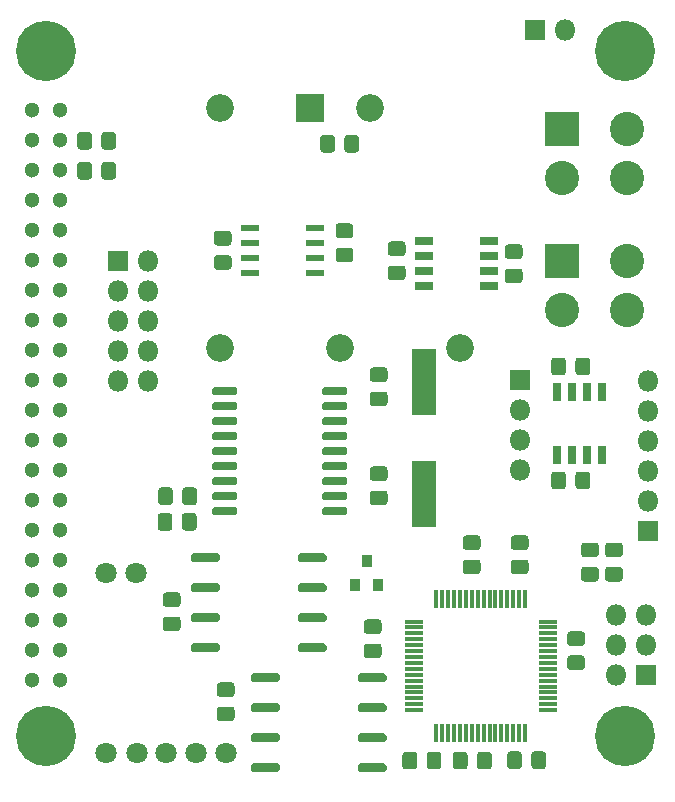
<source format=gbr>
%TF.GenerationSoftware,KiCad,Pcbnew,(5.1.6)-1*%
%TF.CreationDate,2021-04-27T14:55:35-04:00*%
%TF.ProjectId,Logic,4c6f6769-632e-46b6-9963-61645f706362,rev?*%
%TF.SameCoordinates,Original*%
%TF.FileFunction,Soldermask,Top*%
%TF.FilePolarity,Negative*%
%FSLAX46Y46*%
G04 Gerber Fmt 4.6, Leading zero omitted, Abs format (unit mm)*
G04 Created by KiCad (PCBNEW (5.1.6)-1) date 2021-04-27 14:55:35*
%MOMM*%
%LPD*%
G01*
G04 APERTURE LIST*
%ADD10C,1.300000*%
%ADD11C,5.100000*%
%ADD12R,2.350000X2.350000*%
%ADD13C,2.350000*%
%ADD14R,1.570000X0.400000*%
%ADD15R,0.400000X1.570000*%
%ADD16R,1.560500X0.633400*%
%ADD17R,0.658800X1.649400*%
%ADD18C,2.900000*%
%ADD19R,2.900000X2.900000*%
%ADD20R,1.800000X1.800000*%
%ADD21O,1.800000X1.800000*%
%ADD22R,1.560500X0.658800*%
%ADD23R,2.100000X5.600000*%
%ADD24R,0.900000X1.000000*%
%ADD25C,1.800000*%
G04 APERTURE END LIST*
D10*
%TO.C,U6*%
X173573800Y-96408800D03*
X173573800Y-86248800D03*
X175935800Y-81168800D03*
X175935800Y-106568800D03*
X175935800Y-104028800D03*
X173573800Y-91328800D03*
X173573800Y-93868800D03*
X175935800Y-86248800D03*
X173573800Y-83708800D03*
X175935800Y-83708800D03*
X173573800Y-81168800D03*
X173573800Y-106568800D03*
X175935800Y-93868800D03*
X175935800Y-101488800D03*
X173573800Y-78628800D03*
X175935800Y-91328800D03*
X173573800Y-104028800D03*
X173573800Y-98948800D03*
X175935800Y-98948800D03*
X173573800Y-88788800D03*
X175935800Y-96408800D03*
X173573800Y-101488800D03*
X175935800Y-88788800D03*
X175935800Y-71008800D03*
D11*
X223795800Y-53320800D03*
D10*
X173573800Y-58308800D03*
X173573800Y-60848800D03*
X175935800Y-58308800D03*
X175935800Y-73548800D03*
X175935800Y-68468800D03*
X173573800Y-73548800D03*
D11*
X223795800Y-111320800D03*
D10*
X175935800Y-78628800D03*
D11*
X174795800Y-111320800D03*
D10*
X173573800Y-63388800D03*
X175935800Y-65928800D03*
X173573800Y-68468800D03*
X173573800Y-65928800D03*
D11*
X174795800Y-53320800D03*
D10*
X173573800Y-71008800D03*
X175935800Y-60848800D03*
X175935800Y-63388800D03*
X175935800Y-76088800D03*
X173573800Y-76088800D03*
%TD*%
D12*
%TO.C,U4*%
X197104000Y-58166000D03*
D13*
X202184000Y-58166000D03*
X209804000Y-78486000D03*
X189484000Y-78486000D03*
X189484000Y-58166000D03*
X199644000Y-78486000D03*
%TD*%
D14*
%TO.C,U3*%
X217252000Y-109160000D03*
X217252000Y-108660000D03*
X217252000Y-108160000D03*
X217252000Y-107660000D03*
X217252000Y-107160000D03*
X217252000Y-106660000D03*
X217252000Y-106160000D03*
X217252000Y-105660000D03*
X217252000Y-105160000D03*
X217252000Y-104660000D03*
X217252000Y-104160000D03*
X217252000Y-103660000D03*
X217252000Y-103160000D03*
X217252000Y-102660000D03*
X217252000Y-102160000D03*
X217252000Y-101660000D03*
D15*
X215332000Y-99740000D03*
X214832000Y-99740000D03*
X214332000Y-99740000D03*
X213832000Y-99740000D03*
X213332000Y-99740000D03*
X212832000Y-99740000D03*
X212332000Y-99740000D03*
X211832000Y-99740000D03*
X211332000Y-99740000D03*
X210832000Y-99740000D03*
X210332000Y-99740000D03*
X209832000Y-99740000D03*
X209332000Y-99740000D03*
X208832000Y-99740000D03*
X208332000Y-99740000D03*
X207832000Y-99740000D03*
D14*
X205912000Y-101660000D03*
X205912000Y-102160000D03*
X205912000Y-102660000D03*
X205912000Y-103160000D03*
X205912000Y-103660000D03*
X205912000Y-104160000D03*
X205912000Y-104660000D03*
X205912000Y-105160000D03*
X205912000Y-105660000D03*
X205912000Y-106160000D03*
X205912000Y-106660000D03*
X205912000Y-107160000D03*
X205912000Y-107660000D03*
X205912000Y-108160000D03*
X205912000Y-108660000D03*
X205912000Y-109160000D03*
D15*
X207832000Y-111080000D03*
X208332000Y-111080000D03*
X208832000Y-111080000D03*
X209332000Y-111080000D03*
X209832000Y-111080000D03*
X210332000Y-111080000D03*
X210832000Y-111080000D03*
X211332000Y-111080000D03*
X211832000Y-111080000D03*
X212332000Y-111080000D03*
X212832000Y-111080000D03*
X213332000Y-111080000D03*
X213832000Y-111080000D03*
X214332000Y-111080000D03*
X214832000Y-111080000D03*
X215332000Y-111080000D03*
%TD*%
D16*
%TO.C,U7*%
X192093850Y-68326000D03*
X192093850Y-69596000D03*
X192093850Y-70866000D03*
X192093850Y-72136000D03*
X197542150Y-72136000D03*
X197542150Y-70866000D03*
X197542150Y-69596000D03*
X197542150Y-68326000D03*
%TD*%
%TO.C,C2*%
G36*
G01*
X220349338Y-97021600D02*
X221305862Y-97021600D01*
G75*
G02*
X221577600Y-97293338I0J-271738D01*
G01*
X221577600Y-97999862D01*
G75*
G02*
X221305862Y-98271600I-271738J0D01*
G01*
X220349338Y-98271600D01*
G75*
G02*
X220077600Y-97999862I0J271738D01*
G01*
X220077600Y-97293338D01*
G75*
G02*
X220349338Y-97021600I271738J0D01*
G01*
G37*
G36*
G01*
X220349338Y-94971600D02*
X221305862Y-94971600D01*
G75*
G02*
X221577600Y-95243338I0J-271738D01*
G01*
X221577600Y-95949862D01*
G75*
G02*
X221305862Y-96221600I-271738J0D01*
G01*
X220349338Y-96221600D01*
G75*
G02*
X220077600Y-95949862I0J271738D01*
G01*
X220077600Y-95243338D01*
G75*
G02*
X220349338Y-94971600I271738J0D01*
G01*
G37*
%TD*%
%TO.C,C3*%
G36*
G01*
X199244000Y-60735738D02*
X199244000Y-61692262D01*
G75*
G02*
X198972262Y-61964000I-271738J0D01*
G01*
X198265738Y-61964000D01*
G75*
G02*
X197994000Y-61692262I0J271738D01*
G01*
X197994000Y-60735738D01*
G75*
G02*
X198265738Y-60464000I271738J0D01*
G01*
X198972262Y-60464000D01*
G75*
G02*
X199244000Y-60735738I0J-271738D01*
G01*
G37*
G36*
G01*
X201294000Y-60735738D02*
X201294000Y-61692262D01*
G75*
G02*
X201022262Y-61964000I-271738J0D01*
G01*
X200315738Y-61964000D01*
G75*
G02*
X200044000Y-61692262I0J271738D01*
G01*
X200044000Y-60735738D01*
G75*
G02*
X200315738Y-60464000I271738J0D01*
G01*
X201022262Y-60464000D01*
G75*
G02*
X201294000Y-60735738I0J-271738D01*
G01*
G37*
%TD*%
%TO.C,C5*%
G36*
G01*
X199572138Y-69996000D02*
X200528662Y-69996000D01*
G75*
G02*
X200800400Y-70267738I0J-271738D01*
G01*
X200800400Y-70974262D01*
G75*
G02*
X200528662Y-71246000I-271738J0D01*
G01*
X199572138Y-71246000D01*
G75*
G02*
X199300400Y-70974262I0J271738D01*
G01*
X199300400Y-70267738D01*
G75*
G02*
X199572138Y-69996000I271738J0D01*
G01*
G37*
G36*
G01*
X199572138Y-67946000D02*
X200528662Y-67946000D01*
G75*
G02*
X200800400Y-68217738I0J-271738D01*
G01*
X200800400Y-68924262D01*
G75*
G02*
X200528662Y-69196000I-271738J0D01*
G01*
X199572138Y-69196000D01*
G75*
G02*
X199300400Y-68924262I0J271738D01*
G01*
X199300400Y-68217738D01*
G75*
G02*
X199572138Y-67946000I271738J0D01*
G01*
G37*
%TD*%
%TO.C,C6*%
G36*
G01*
X210470800Y-112958138D02*
X210470800Y-113914662D01*
G75*
G02*
X210199062Y-114186400I-271738J0D01*
G01*
X209492538Y-114186400D01*
G75*
G02*
X209220800Y-113914662I0J271738D01*
G01*
X209220800Y-112958138D01*
G75*
G02*
X209492538Y-112686400I271738J0D01*
G01*
X210199062Y-112686400D01*
G75*
G02*
X210470800Y-112958138I0J-271738D01*
G01*
G37*
G36*
G01*
X212520800Y-112958138D02*
X212520800Y-113914662D01*
G75*
G02*
X212249062Y-114186400I-271738J0D01*
G01*
X211542538Y-114186400D01*
G75*
G02*
X211270800Y-113914662I0J271738D01*
G01*
X211270800Y-112958138D01*
G75*
G02*
X211542538Y-112686400I271738J0D01*
G01*
X212249062Y-112686400D01*
G75*
G02*
X212520800Y-112958138I0J-271738D01*
G01*
G37*
%TD*%
%TO.C,C7*%
G36*
G01*
X215868200Y-113889262D02*
X215868200Y-112932738D01*
G75*
G02*
X216139938Y-112661000I271738J0D01*
G01*
X216846462Y-112661000D01*
G75*
G02*
X217118200Y-112932738I0J-271738D01*
G01*
X217118200Y-113889262D01*
G75*
G02*
X216846462Y-114161000I-271738J0D01*
G01*
X216139938Y-114161000D01*
G75*
G02*
X215868200Y-113889262I0J271738D01*
G01*
G37*
G36*
G01*
X213818200Y-113889262D02*
X213818200Y-112932738D01*
G75*
G02*
X214089938Y-112661000I271738J0D01*
G01*
X214796462Y-112661000D01*
G75*
G02*
X215068200Y-112932738I0J-271738D01*
G01*
X215068200Y-113889262D01*
G75*
G02*
X214796462Y-114161000I-271738J0D01*
G01*
X214089938Y-114161000D01*
G75*
G02*
X213818200Y-113889262I0J271738D01*
G01*
G37*
%TD*%
%TO.C,C8*%
G36*
G01*
X210341738Y-96412000D02*
X211298262Y-96412000D01*
G75*
G02*
X211570000Y-96683738I0J-271738D01*
G01*
X211570000Y-97390262D01*
G75*
G02*
X211298262Y-97662000I-271738J0D01*
G01*
X210341738Y-97662000D01*
G75*
G02*
X210070000Y-97390262I0J271738D01*
G01*
X210070000Y-96683738D01*
G75*
G02*
X210341738Y-96412000I271738J0D01*
G01*
G37*
G36*
G01*
X210341738Y-94362000D02*
X211298262Y-94362000D01*
G75*
G02*
X211570000Y-94633738I0J-271738D01*
G01*
X211570000Y-95340262D01*
G75*
G02*
X211298262Y-95612000I-271738J0D01*
G01*
X210341738Y-95612000D01*
G75*
G02*
X210070000Y-95340262I0J271738D01*
G01*
X210070000Y-94633738D01*
G75*
G02*
X210341738Y-94362000I271738J0D01*
G01*
G37*
%TD*%
%TO.C,C9*%
G36*
G01*
X202916262Y-102724000D02*
X201959738Y-102724000D01*
G75*
G02*
X201688000Y-102452262I0J271738D01*
G01*
X201688000Y-101745738D01*
G75*
G02*
X201959738Y-101474000I271738J0D01*
G01*
X202916262Y-101474000D01*
G75*
G02*
X203188000Y-101745738I0J-271738D01*
G01*
X203188000Y-102452262D01*
G75*
G02*
X202916262Y-102724000I-271738J0D01*
G01*
G37*
G36*
G01*
X202916262Y-104774000D02*
X201959738Y-104774000D01*
G75*
G02*
X201688000Y-104502262I0J271738D01*
G01*
X201688000Y-103795738D01*
G75*
G02*
X201959738Y-103524000I271738J0D01*
G01*
X202916262Y-103524000D01*
G75*
G02*
X203188000Y-103795738I0J-271738D01*
G01*
X203188000Y-104502262D01*
G75*
G02*
X202916262Y-104774000I-271738J0D01*
G01*
G37*
%TD*%
%TO.C,C10*%
G36*
G01*
X215362262Y-97662000D02*
X214405738Y-97662000D01*
G75*
G02*
X214134000Y-97390262I0J271738D01*
G01*
X214134000Y-96683738D01*
G75*
G02*
X214405738Y-96412000I271738J0D01*
G01*
X215362262Y-96412000D01*
G75*
G02*
X215634000Y-96683738I0J-271738D01*
G01*
X215634000Y-97390262D01*
G75*
G02*
X215362262Y-97662000I-271738J0D01*
G01*
G37*
G36*
G01*
X215362262Y-95612000D02*
X214405738Y-95612000D01*
G75*
G02*
X214134000Y-95340262I0J271738D01*
G01*
X214134000Y-94633738D01*
G75*
G02*
X214405738Y-94362000I271738J0D01*
G01*
X215362262Y-94362000D01*
G75*
G02*
X215634000Y-94633738I0J-271738D01*
G01*
X215634000Y-95340262D01*
G75*
G02*
X215362262Y-95612000I-271738J0D01*
G01*
G37*
%TD*%
%TO.C,C11*%
G36*
G01*
X204953600Y-113914662D02*
X204953600Y-112958138D01*
G75*
G02*
X205225338Y-112686400I271738J0D01*
G01*
X205931862Y-112686400D01*
G75*
G02*
X206203600Y-112958138I0J-271738D01*
G01*
X206203600Y-113914662D01*
G75*
G02*
X205931862Y-114186400I-271738J0D01*
G01*
X205225338Y-114186400D01*
G75*
G02*
X204953600Y-113914662I0J271738D01*
G01*
G37*
G36*
G01*
X207003600Y-113914662D02*
X207003600Y-112958138D01*
G75*
G02*
X207275338Y-112686400I271738J0D01*
G01*
X207981862Y-112686400D01*
G75*
G02*
X208253600Y-112958138I0J-271738D01*
G01*
X208253600Y-113914662D01*
G75*
G02*
X207981862Y-114186400I-271738J0D01*
G01*
X207275338Y-114186400D01*
G75*
G02*
X207003600Y-113914662I0J271738D01*
G01*
G37*
%TD*%
%TO.C,C12*%
G36*
G01*
X189513738Y-106808000D02*
X190470262Y-106808000D01*
G75*
G02*
X190742000Y-107079738I0J-271738D01*
G01*
X190742000Y-107786262D01*
G75*
G02*
X190470262Y-108058000I-271738J0D01*
G01*
X189513738Y-108058000D01*
G75*
G02*
X189242000Y-107786262I0J271738D01*
G01*
X189242000Y-107079738D01*
G75*
G02*
X189513738Y-106808000I271738J0D01*
G01*
G37*
G36*
G01*
X189513738Y-108858000D02*
X190470262Y-108858000D01*
G75*
G02*
X190742000Y-109129738I0J-271738D01*
G01*
X190742000Y-109836262D01*
G75*
G02*
X190470262Y-110108000I-271738J0D01*
G01*
X189513738Y-110108000D01*
G75*
G02*
X189242000Y-109836262I0J271738D01*
G01*
X189242000Y-109129738D01*
G75*
G02*
X189513738Y-108858000I271738J0D01*
G01*
G37*
%TD*%
%TO.C,C13*%
G36*
G01*
X189259738Y-68581000D02*
X190216262Y-68581000D01*
G75*
G02*
X190488000Y-68852738I0J-271738D01*
G01*
X190488000Y-69559262D01*
G75*
G02*
X190216262Y-69831000I-271738J0D01*
G01*
X189259738Y-69831000D01*
G75*
G02*
X188988000Y-69559262I0J271738D01*
G01*
X188988000Y-68852738D01*
G75*
G02*
X189259738Y-68581000I271738J0D01*
G01*
G37*
G36*
G01*
X189259738Y-70631000D02*
X190216262Y-70631000D01*
G75*
G02*
X190488000Y-70902738I0J-271738D01*
G01*
X190488000Y-71609262D01*
G75*
G02*
X190216262Y-71881000I-271738J0D01*
G01*
X189259738Y-71881000D01*
G75*
G02*
X188988000Y-71609262I0J271738D01*
G01*
X188988000Y-70902738D01*
G75*
G02*
X189259738Y-70631000I271738J0D01*
G01*
G37*
%TD*%
%TO.C,C14*%
G36*
G01*
X185898262Y-102488000D02*
X184941738Y-102488000D01*
G75*
G02*
X184670000Y-102216262I0J271738D01*
G01*
X184670000Y-101509738D01*
G75*
G02*
X184941738Y-101238000I271738J0D01*
G01*
X185898262Y-101238000D01*
G75*
G02*
X186170000Y-101509738I0J-271738D01*
G01*
X186170000Y-102216262D01*
G75*
G02*
X185898262Y-102488000I-271738J0D01*
G01*
G37*
G36*
G01*
X185898262Y-100438000D02*
X184941738Y-100438000D01*
G75*
G02*
X184670000Y-100166262I0J271738D01*
G01*
X184670000Y-99459738D01*
G75*
G02*
X184941738Y-99188000I271738J0D01*
G01*
X185898262Y-99188000D01*
G75*
G02*
X186170000Y-99459738I0J-271738D01*
G01*
X186170000Y-100166262D01*
G75*
G02*
X185898262Y-100438000I-271738J0D01*
G01*
G37*
%TD*%
%TO.C,C15*%
G36*
G01*
X187527200Y-92739738D02*
X187527200Y-93696262D01*
G75*
G02*
X187255462Y-93968000I-271738J0D01*
G01*
X186548938Y-93968000D01*
G75*
G02*
X186277200Y-93696262I0J271738D01*
G01*
X186277200Y-92739738D01*
G75*
G02*
X186548938Y-92468000I271738J0D01*
G01*
X187255462Y-92468000D01*
G75*
G02*
X187527200Y-92739738I0J-271738D01*
G01*
G37*
G36*
G01*
X185477200Y-92739738D02*
X185477200Y-93696262D01*
G75*
G02*
X185205462Y-93968000I-271738J0D01*
G01*
X184498938Y-93968000D01*
G75*
G02*
X184227200Y-93696262I0J271738D01*
G01*
X184227200Y-92739738D01*
G75*
G02*
X184498938Y-92468000I271738J0D01*
G01*
X185205462Y-92468000D01*
G75*
G02*
X185477200Y-92739738I0J-271738D01*
G01*
G37*
%TD*%
%TO.C,C16*%
G36*
G01*
X202467738Y-90570000D02*
X203424262Y-90570000D01*
G75*
G02*
X203696000Y-90841738I0J-271738D01*
G01*
X203696000Y-91548262D01*
G75*
G02*
X203424262Y-91820000I-271738J0D01*
G01*
X202467738Y-91820000D01*
G75*
G02*
X202196000Y-91548262I0J271738D01*
G01*
X202196000Y-90841738D01*
G75*
G02*
X202467738Y-90570000I271738J0D01*
G01*
G37*
G36*
G01*
X202467738Y-88520000D02*
X203424262Y-88520000D01*
G75*
G02*
X203696000Y-88791738I0J-271738D01*
G01*
X203696000Y-89498262D01*
G75*
G02*
X203424262Y-89770000I-271738J0D01*
G01*
X202467738Y-89770000D01*
G75*
G02*
X202196000Y-89498262I0J271738D01*
G01*
X202196000Y-88791738D01*
G75*
G02*
X202467738Y-88520000I271738J0D01*
G01*
G37*
%TD*%
%TO.C,C17*%
G36*
G01*
X202467738Y-80138000D02*
X203424262Y-80138000D01*
G75*
G02*
X203696000Y-80409738I0J-271738D01*
G01*
X203696000Y-81116262D01*
G75*
G02*
X203424262Y-81388000I-271738J0D01*
G01*
X202467738Y-81388000D01*
G75*
G02*
X202196000Y-81116262I0J271738D01*
G01*
X202196000Y-80409738D01*
G75*
G02*
X202467738Y-80138000I271738J0D01*
G01*
G37*
G36*
G01*
X202467738Y-82188000D02*
X203424262Y-82188000D01*
G75*
G02*
X203696000Y-82459738I0J-271738D01*
G01*
X203696000Y-83166262D01*
G75*
G02*
X203424262Y-83438000I-271738J0D01*
G01*
X202467738Y-83438000D01*
G75*
G02*
X202196000Y-83166262I0J271738D01*
G01*
X202196000Y-82459738D01*
G75*
G02*
X202467738Y-82188000I271738J0D01*
G01*
G37*
%TD*%
%TO.C,C18*%
G36*
G01*
X203991738Y-71520000D02*
X204948262Y-71520000D01*
G75*
G02*
X205220000Y-71791738I0J-271738D01*
G01*
X205220000Y-72498262D01*
G75*
G02*
X204948262Y-72770000I-271738J0D01*
G01*
X203991738Y-72770000D01*
G75*
G02*
X203720000Y-72498262I0J271738D01*
G01*
X203720000Y-71791738D01*
G75*
G02*
X203991738Y-71520000I271738J0D01*
G01*
G37*
G36*
G01*
X203991738Y-69470000D02*
X204948262Y-69470000D01*
G75*
G02*
X205220000Y-69741738I0J-271738D01*
G01*
X205220000Y-70448262D01*
G75*
G02*
X204948262Y-70720000I-271738J0D01*
G01*
X203991738Y-70720000D01*
G75*
G02*
X203720000Y-70448262I0J271738D01*
G01*
X203720000Y-69741738D01*
G75*
G02*
X203991738Y-69470000I271738J0D01*
G01*
G37*
%TD*%
%TO.C,C19*%
G36*
G01*
X220852000Y-89234538D02*
X220852000Y-90191062D01*
G75*
G02*
X220580262Y-90462800I-271738J0D01*
G01*
X219873738Y-90462800D01*
G75*
G02*
X219602000Y-90191062I0J271738D01*
G01*
X219602000Y-89234538D01*
G75*
G02*
X219873738Y-88962800I271738J0D01*
G01*
X220580262Y-88962800D01*
G75*
G02*
X220852000Y-89234538I0J-271738D01*
G01*
G37*
G36*
G01*
X218802000Y-89234538D02*
X218802000Y-90191062D01*
G75*
G02*
X218530262Y-90462800I-271738J0D01*
G01*
X217823738Y-90462800D01*
G75*
G02*
X217552000Y-90191062I0J271738D01*
G01*
X217552000Y-89234538D01*
G75*
G02*
X217823738Y-88962800I271738J0D01*
G01*
X218530262Y-88962800D01*
G75*
G02*
X218802000Y-89234538I0J-271738D01*
G01*
G37*
%TD*%
%TO.C,C20*%
G36*
G01*
X217552000Y-80539062D02*
X217552000Y-79582538D01*
G75*
G02*
X217823738Y-79310800I271738J0D01*
G01*
X218530262Y-79310800D01*
G75*
G02*
X218802000Y-79582538I0J-271738D01*
G01*
X218802000Y-80539062D01*
G75*
G02*
X218530262Y-80810800I-271738J0D01*
G01*
X217823738Y-80810800D01*
G75*
G02*
X217552000Y-80539062I0J271738D01*
G01*
G37*
G36*
G01*
X219602000Y-80539062D02*
X219602000Y-79582538D01*
G75*
G02*
X219873738Y-79310800I271738J0D01*
G01*
X220580262Y-79310800D01*
G75*
G02*
X220852000Y-79582538I0J-271738D01*
G01*
X220852000Y-80539062D01*
G75*
G02*
X220580262Y-80810800I-271738J0D01*
G01*
X219873738Y-80810800D01*
G75*
G02*
X219602000Y-80539062I0J271738D01*
G01*
G37*
%TD*%
D17*
%TO.C,CR1*%
X218059000Y-87566500D03*
X219329000Y-87566500D03*
X220599000Y-87566500D03*
X221869000Y-87566500D03*
X221869000Y-82207100D03*
X220599000Y-82207100D03*
X219329000Y-82207100D03*
X218059000Y-82207100D03*
%TD*%
D18*
%TO.C,J1*%
X223940000Y-64144000D03*
X223940000Y-59944000D03*
X218440000Y-64144000D03*
D19*
X218440000Y-59944000D03*
%TD*%
%TO.C,J4*%
X218440000Y-71120000D03*
D18*
X218440000Y-75320000D03*
X223940000Y-71120000D03*
X223940000Y-75320000D03*
%TD*%
D20*
%TO.C,J5*%
X225755200Y-94030800D03*
D21*
X225755200Y-91490800D03*
X225755200Y-88950800D03*
X225755200Y-86410800D03*
X225755200Y-83870800D03*
X225755200Y-81330800D03*
%TD*%
%TO.C,U2*%
G36*
G01*
X196086000Y-96453500D02*
X196086000Y-96078500D01*
G75*
G02*
X196273500Y-95891000I187500J0D01*
G01*
X198348500Y-95891000D01*
G75*
G02*
X198536000Y-96078500I0J-187500D01*
G01*
X198536000Y-96453500D01*
G75*
G02*
X198348500Y-96641000I-187500J0D01*
G01*
X196273500Y-96641000D01*
G75*
G02*
X196086000Y-96453500I0J187500D01*
G01*
G37*
G36*
G01*
X196086000Y-98993500D02*
X196086000Y-98618500D01*
G75*
G02*
X196273500Y-98431000I187500J0D01*
G01*
X198348500Y-98431000D01*
G75*
G02*
X198536000Y-98618500I0J-187500D01*
G01*
X198536000Y-98993500D01*
G75*
G02*
X198348500Y-99181000I-187500J0D01*
G01*
X196273500Y-99181000D01*
G75*
G02*
X196086000Y-98993500I0J187500D01*
G01*
G37*
G36*
G01*
X196086000Y-101533500D02*
X196086000Y-101158500D01*
G75*
G02*
X196273500Y-100971000I187500J0D01*
G01*
X198348500Y-100971000D01*
G75*
G02*
X198536000Y-101158500I0J-187500D01*
G01*
X198536000Y-101533500D01*
G75*
G02*
X198348500Y-101721000I-187500J0D01*
G01*
X196273500Y-101721000D01*
G75*
G02*
X196086000Y-101533500I0J187500D01*
G01*
G37*
G36*
G01*
X196086000Y-104073500D02*
X196086000Y-103698500D01*
G75*
G02*
X196273500Y-103511000I187500J0D01*
G01*
X198348500Y-103511000D01*
G75*
G02*
X198536000Y-103698500I0J-187500D01*
G01*
X198536000Y-104073500D01*
G75*
G02*
X198348500Y-104261000I-187500J0D01*
G01*
X196273500Y-104261000D01*
G75*
G02*
X196086000Y-104073500I0J187500D01*
G01*
G37*
G36*
G01*
X187036000Y-104073500D02*
X187036000Y-103698500D01*
G75*
G02*
X187223500Y-103511000I187500J0D01*
G01*
X189298500Y-103511000D01*
G75*
G02*
X189486000Y-103698500I0J-187500D01*
G01*
X189486000Y-104073500D01*
G75*
G02*
X189298500Y-104261000I-187500J0D01*
G01*
X187223500Y-104261000D01*
G75*
G02*
X187036000Y-104073500I0J187500D01*
G01*
G37*
G36*
G01*
X187036000Y-101533500D02*
X187036000Y-101158500D01*
G75*
G02*
X187223500Y-100971000I187500J0D01*
G01*
X189298500Y-100971000D01*
G75*
G02*
X189486000Y-101158500I0J-187500D01*
G01*
X189486000Y-101533500D01*
G75*
G02*
X189298500Y-101721000I-187500J0D01*
G01*
X187223500Y-101721000D01*
G75*
G02*
X187036000Y-101533500I0J187500D01*
G01*
G37*
G36*
G01*
X187036000Y-98993500D02*
X187036000Y-98618500D01*
G75*
G02*
X187223500Y-98431000I187500J0D01*
G01*
X189298500Y-98431000D01*
G75*
G02*
X189486000Y-98618500I0J-187500D01*
G01*
X189486000Y-98993500D01*
G75*
G02*
X189298500Y-99181000I-187500J0D01*
G01*
X187223500Y-99181000D01*
G75*
G02*
X187036000Y-98993500I0J187500D01*
G01*
G37*
G36*
G01*
X187036000Y-96453500D02*
X187036000Y-96078500D01*
G75*
G02*
X187223500Y-95891000I187500J0D01*
G01*
X189298500Y-95891000D01*
G75*
G02*
X189486000Y-96078500I0J-187500D01*
G01*
X189486000Y-96453500D01*
G75*
G02*
X189298500Y-96641000I-187500J0D01*
G01*
X187223500Y-96641000D01*
G75*
G02*
X187036000Y-96453500I0J187500D01*
G01*
G37*
%TD*%
%TO.C,U5*%
G36*
G01*
X203616000Y-113858500D02*
X203616000Y-114233500D01*
G75*
G02*
X203428500Y-114421000I-187500J0D01*
G01*
X201353500Y-114421000D01*
G75*
G02*
X201166000Y-114233500I0J187500D01*
G01*
X201166000Y-113858500D01*
G75*
G02*
X201353500Y-113671000I187500J0D01*
G01*
X203428500Y-113671000D01*
G75*
G02*
X203616000Y-113858500I0J-187500D01*
G01*
G37*
G36*
G01*
X203616000Y-111318500D02*
X203616000Y-111693500D01*
G75*
G02*
X203428500Y-111881000I-187500J0D01*
G01*
X201353500Y-111881000D01*
G75*
G02*
X201166000Y-111693500I0J187500D01*
G01*
X201166000Y-111318500D01*
G75*
G02*
X201353500Y-111131000I187500J0D01*
G01*
X203428500Y-111131000D01*
G75*
G02*
X203616000Y-111318500I0J-187500D01*
G01*
G37*
G36*
G01*
X203616000Y-108778500D02*
X203616000Y-109153500D01*
G75*
G02*
X203428500Y-109341000I-187500J0D01*
G01*
X201353500Y-109341000D01*
G75*
G02*
X201166000Y-109153500I0J187500D01*
G01*
X201166000Y-108778500D01*
G75*
G02*
X201353500Y-108591000I187500J0D01*
G01*
X203428500Y-108591000D01*
G75*
G02*
X203616000Y-108778500I0J-187500D01*
G01*
G37*
G36*
G01*
X203616000Y-106238500D02*
X203616000Y-106613500D01*
G75*
G02*
X203428500Y-106801000I-187500J0D01*
G01*
X201353500Y-106801000D01*
G75*
G02*
X201166000Y-106613500I0J187500D01*
G01*
X201166000Y-106238500D01*
G75*
G02*
X201353500Y-106051000I187500J0D01*
G01*
X203428500Y-106051000D01*
G75*
G02*
X203616000Y-106238500I0J-187500D01*
G01*
G37*
G36*
G01*
X194566000Y-106238500D02*
X194566000Y-106613500D01*
G75*
G02*
X194378500Y-106801000I-187500J0D01*
G01*
X192303500Y-106801000D01*
G75*
G02*
X192116000Y-106613500I0J187500D01*
G01*
X192116000Y-106238500D01*
G75*
G02*
X192303500Y-106051000I187500J0D01*
G01*
X194378500Y-106051000D01*
G75*
G02*
X194566000Y-106238500I0J-187500D01*
G01*
G37*
G36*
G01*
X194566000Y-108778500D02*
X194566000Y-109153500D01*
G75*
G02*
X194378500Y-109341000I-187500J0D01*
G01*
X192303500Y-109341000D01*
G75*
G02*
X192116000Y-109153500I0J187500D01*
G01*
X192116000Y-108778500D01*
G75*
G02*
X192303500Y-108591000I187500J0D01*
G01*
X194378500Y-108591000D01*
G75*
G02*
X194566000Y-108778500I0J-187500D01*
G01*
G37*
G36*
G01*
X194566000Y-111318500D02*
X194566000Y-111693500D01*
G75*
G02*
X194378500Y-111881000I-187500J0D01*
G01*
X192303500Y-111881000D01*
G75*
G02*
X192116000Y-111693500I0J187500D01*
G01*
X192116000Y-111318500D01*
G75*
G02*
X192303500Y-111131000I187500J0D01*
G01*
X194378500Y-111131000D01*
G75*
G02*
X194566000Y-111318500I0J-187500D01*
G01*
G37*
G36*
G01*
X194566000Y-113858500D02*
X194566000Y-114233500D01*
G75*
G02*
X194378500Y-114421000I-187500J0D01*
G01*
X192303500Y-114421000D01*
G75*
G02*
X192116000Y-114233500I0J187500D01*
G01*
X192116000Y-113858500D01*
G75*
G02*
X192303500Y-113671000I187500J0D01*
G01*
X194378500Y-113671000D01*
G75*
G02*
X194566000Y-113858500I0J-187500D01*
G01*
G37*
%TD*%
%TO.C,U8*%
G36*
G01*
X200289000Y-92154000D02*
X200289000Y-92504000D01*
G75*
G02*
X200114000Y-92679000I-175000J0D01*
G01*
X198314000Y-92679000D01*
G75*
G02*
X198139000Y-92504000I0J175000D01*
G01*
X198139000Y-92154000D01*
G75*
G02*
X198314000Y-91979000I175000J0D01*
G01*
X200114000Y-91979000D01*
G75*
G02*
X200289000Y-92154000I0J-175000D01*
G01*
G37*
G36*
G01*
X200289000Y-90884000D02*
X200289000Y-91234000D01*
G75*
G02*
X200114000Y-91409000I-175000J0D01*
G01*
X198314000Y-91409000D01*
G75*
G02*
X198139000Y-91234000I0J175000D01*
G01*
X198139000Y-90884000D01*
G75*
G02*
X198314000Y-90709000I175000J0D01*
G01*
X200114000Y-90709000D01*
G75*
G02*
X200289000Y-90884000I0J-175000D01*
G01*
G37*
G36*
G01*
X200289000Y-89614000D02*
X200289000Y-89964000D01*
G75*
G02*
X200114000Y-90139000I-175000J0D01*
G01*
X198314000Y-90139000D01*
G75*
G02*
X198139000Y-89964000I0J175000D01*
G01*
X198139000Y-89614000D01*
G75*
G02*
X198314000Y-89439000I175000J0D01*
G01*
X200114000Y-89439000D01*
G75*
G02*
X200289000Y-89614000I0J-175000D01*
G01*
G37*
G36*
G01*
X200289000Y-88344000D02*
X200289000Y-88694000D01*
G75*
G02*
X200114000Y-88869000I-175000J0D01*
G01*
X198314000Y-88869000D01*
G75*
G02*
X198139000Y-88694000I0J175000D01*
G01*
X198139000Y-88344000D01*
G75*
G02*
X198314000Y-88169000I175000J0D01*
G01*
X200114000Y-88169000D01*
G75*
G02*
X200289000Y-88344000I0J-175000D01*
G01*
G37*
G36*
G01*
X200289000Y-87074000D02*
X200289000Y-87424000D01*
G75*
G02*
X200114000Y-87599000I-175000J0D01*
G01*
X198314000Y-87599000D01*
G75*
G02*
X198139000Y-87424000I0J175000D01*
G01*
X198139000Y-87074000D01*
G75*
G02*
X198314000Y-86899000I175000J0D01*
G01*
X200114000Y-86899000D01*
G75*
G02*
X200289000Y-87074000I0J-175000D01*
G01*
G37*
G36*
G01*
X200289000Y-85804000D02*
X200289000Y-86154000D01*
G75*
G02*
X200114000Y-86329000I-175000J0D01*
G01*
X198314000Y-86329000D01*
G75*
G02*
X198139000Y-86154000I0J175000D01*
G01*
X198139000Y-85804000D01*
G75*
G02*
X198314000Y-85629000I175000J0D01*
G01*
X200114000Y-85629000D01*
G75*
G02*
X200289000Y-85804000I0J-175000D01*
G01*
G37*
G36*
G01*
X200289000Y-84534000D02*
X200289000Y-84884000D01*
G75*
G02*
X200114000Y-85059000I-175000J0D01*
G01*
X198314000Y-85059000D01*
G75*
G02*
X198139000Y-84884000I0J175000D01*
G01*
X198139000Y-84534000D01*
G75*
G02*
X198314000Y-84359000I175000J0D01*
G01*
X200114000Y-84359000D01*
G75*
G02*
X200289000Y-84534000I0J-175000D01*
G01*
G37*
G36*
G01*
X200289000Y-83264000D02*
X200289000Y-83614000D01*
G75*
G02*
X200114000Y-83789000I-175000J0D01*
G01*
X198314000Y-83789000D01*
G75*
G02*
X198139000Y-83614000I0J175000D01*
G01*
X198139000Y-83264000D01*
G75*
G02*
X198314000Y-83089000I175000J0D01*
G01*
X200114000Y-83089000D01*
G75*
G02*
X200289000Y-83264000I0J-175000D01*
G01*
G37*
G36*
G01*
X200289000Y-81994000D02*
X200289000Y-82344000D01*
G75*
G02*
X200114000Y-82519000I-175000J0D01*
G01*
X198314000Y-82519000D01*
G75*
G02*
X198139000Y-82344000I0J175000D01*
G01*
X198139000Y-81994000D01*
G75*
G02*
X198314000Y-81819000I175000J0D01*
G01*
X200114000Y-81819000D01*
G75*
G02*
X200289000Y-81994000I0J-175000D01*
G01*
G37*
G36*
G01*
X190989000Y-81994000D02*
X190989000Y-82344000D01*
G75*
G02*
X190814000Y-82519000I-175000J0D01*
G01*
X189014000Y-82519000D01*
G75*
G02*
X188839000Y-82344000I0J175000D01*
G01*
X188839000Y-81994000D01*
G75*
G02*
X189014000Y-81819000I175000J0D01*
G01*
X190814000Y-81819000D01*
G75*
G02*
X190989000Y-81994000I0J-175000D01*
G01*
G37*
G36*
G01*
X190989000Y-83264000D02*
X190989000Y-83614000D01*
G75*
G02*
X190814000Y-83789000I-175000J0D01*
G01*
X189014000Y-83789000D01*
G75*
G02*
X188839000Y-83614000I0J175000D01*
G01*
X188839000Y-83264000D01*
G75*
G02*
X189014000Y-83089000I175000J0D01*
G01*
X190814000Y-83089000D01*
G75*
G02*
X190989000Y-83264000I0J-175000D01*
G01*
G37*
G36*
G01*
X190989000Y-84534000D02*
X190989000Y-84884000D01*
G75*
G02*
X190814000Y-85059000I-175000J0D01*
G01*
X189014000Y-85059000D01*
G75*
G02*
X188839000Y-84884000I0J175000D01*
G01*
X188839000Y-84534000D01*
G75*
G02*
X189014000Y-84359000I175000J0D01*
G01*
X190814000Y-84359000D01*
G75*
G02*
X190989000Y-84534000I0J-175000D01*
G01*
G37*
G36*
G01*
X190989000Y-85804000D02*
X190989000Y-86154000D01*
G75*
G02*
X190814000Y-86329000I-175000J0D01*
G01*
X189014000Y-86329000D01*
G75*
G02*
X188839000Y-86154000I0J175000D01*
G01*
X188839000Y-85804000D01*
G75*
G02*
X189014000Y-85629000I175000J0D01*
G01*
X190814000Y-85629000D01*
G75*
G02*
X190989000Y-85804000I0J-175000D01*
G01*
G37*
G36*
G01*
X190989000Y-87074000D02*
X190989000Y-87424000D01*
G75*
G02*
X190814000Y-87599000I-175000J0D01*
G01*
X189014000Y-87599000D01*
G75*
G02*
X188839000Y-87424000I0J175000D01*
G01*
X188839000Y-87074000D01*
G75*
G02*
X189014000Y-86899000I175000J0D01*
G01*
X190814000Y-86899000D01*
G75*
G02*
X190989000Y-87074000I0J-175000D01*
G01*
G37*
G36*
G01*
X190989000Y-88344000D02*
X190989000Y-88694000D01*
G75*
G02*
X190814000Y-88869000I-175000J0D01*
G01*
X189014000Y-88869000D01*
G75*
G02*
X188839000Y-88694000I0J175000D01*
G01*
X188839000Y-88344000D01*
G75*
G02*
X189014000Y-88169000I175000J0D01*
G01*
X190814000Y-88169000D01*
G75*
G02*
X190989000Y-88344000I0J-175000D01*
G01*
G37*
G36*
G01*
X190989000Y-89614000D02*
X190989000Y-89964000D01*
G75*
G02*
X190814000Y-90139000I-175000J0D01*
G01*
X189014000Y-90139000D01*
G75*
G02*
X188839000Y-89964000I0J175000D01*
G01*
X188839000Y-89614000D01*
G75*
G02*
X189014000Y-89439000I175000J0D01*
G01*
X190814000Y-89439000D01*
G75*
G02*
X190989000Y-89614000I0J-175000D01*
G01*
G37*
G36*
G01*
X190989000Y-90884000D02*
X190989000Y-91234000D01*
G75*
G02*
X190814000Y-91409000I-175000J0D01*
G01*
X189014000Y-91409000D01*
G75*
G02*
X188839000Y-91234000I0J175000D01*
G01*
X188839000Y-90884000D01*
G75*
G02*
X189014000Y-90709000I175000J0D01*
G01*
X190814000Y-90709000D01*
G75*
G02*
X190989000Y-90884000I0J-175000D01*
G01*
G37*
G36*
G01*
X190989000Y-92154000D02*
X190989000Y-92504000D01*
G75*
G02*
X190814000Y-92679000I-175000J0D01*
G01*
X189014000Y-92679000D01*
G75*
G02*
X188839000Y-92504000I0J175000D01*
G01*
X188839000Y-92154000D01*
G75*
G02*
X189014000Y-91979000I175000J0D01*
G01*
X190814000Y-91979000D01*
G75*
G02*
X190989000Y-92154000I0J-175000D01*
G01*
G37*
%TD*%
D22*
%TO.C,U9*%
X206825850Y-69469000D03*
X206825850Y-70739000D03*
X206825850Y-72009000D03*
X206825850Y-73279000D03*
X212274150Y-73279000D03*
X212274150Y-72009000D03*
X212274150Y-70739000D03*
X212274150Y-69469000D03*
%TD*%
D23*
%TO.C,Y1*%
X206756000Y-90856000D03*
X206756000Y-81356000D03*
%TD*%
%TO.C,R1*%
G36*
G01*
X179470000Y-61438262D02*
X179470000Y-60481738D01*
G75*
G02*
X179741738Y-60210000I271738J0D01*
G01*
X180448262Y-60210000D01*
G75*
G02*
X180720000Y-60481738I0J-271738D01*
G01*
X180720000Y-61438262D01*
G75*
G02*
X180448262Y-61710000I-271738J0D01*
G01*
X179741738Y-61710000D01*
G75*
G02*
X179470000Y-61438262I0J271738D01*
G01*
G37*
G36*
G01*
X177420000Y-61438262D02*
X177420000Y-60481738D01*
G75*
G02*
X177691738Y-60210000I271738J0D01*
G01*
X178398262Y-60210000D01*
G75*
G02*
X178670000Y-60481738I0J-271738D01*
G01*
X178670000Y-61438262D01*
G75*
G02*
X178398262Y-61710000I-271738J0D01*
G01*
X177691738Y-61710000D01*
G75*
G02*
X177420000Y-61438262I0J271738D01*
G01*
G37*
%TD*%
%TO.C,R2*%
G36*
G01*
X177420000Y-63978262D02*
X177420000Y-63021738D01*
G75*
G02*
X177691738Y-62750000I271738J0D01*
G01*
X178398262Y-62750000D01*
G75*
G02*
X178670000Y-63021738I0J-271738D01*
G01*
X178670000Y-63978262D01*
G75*
G02*
X178398262Y-64250000I-271738J0D01*
G01*
X177691738Y-64250000D01*
G75*
G02*
X177420000Y-63978262I0J271738D01*
G01*
G37*
G36*
G01*
X179470000Y-63978262D02*
X179470000Y-63021738D01*
G75*
G02*
X179741738Y-62750000I271738J0D01*
G01*
X180448262Y-62750000D01*
G75*
G02*
X180720000Y-63021738I0J-271738D01*
G01*
X180720000Y-63978262D01*
G75*
G02*
X180448262Y-64250000I-271738J0D01*
G01*
X179741738Y-64250000D01*
G75*
G02*
X179470000Y-63978262I0J271738D01*
G01*
G37*
%TD*%
%TO.C,R3*%
G36*
G01*
X223337862Y-96221600D02*
X222381338Y-96221600D01*
G75*
G02*
X222109600Y-95949862I0J271738D01*
G01*
X222109600Y-95243338D01*
G75*
G02*
X222381338Y-94971600I271738J0D01*
G01*
X223337862Y-94971600D01*
G75*
G02*
X223609600Y-95243338I0J-271738D01*
G01*
X223609600Y-95949862D01*
G75*
G02*
X223337862Y-96221600I-271738J0D01*
G01*
G37*
G36*
G01*
X223337862Y-98271600D02*
X222381338Y-98271600D01*
G75*
G02*
X222109600Y-97999862I0J271738D01*
G01*
X222109600Y-97293338D01*
G75*
G02*
X222381338Y-97021600I271738J0D01*
G01*
X223337862Y-97021600D01*
G75*
G02*
X223609600Y-97293338I0J-271738D01*
G01*
X223609600Y-97999862D01*
G75*
G02*
X223337862Y-98271600I-271738J0D01*
G01*
G37*
%TD*%
%TO.C,R4*%
G36*
G01*
X220137462Y-103731000D02*
X219180938Y-103731000D01*
G75*
G02*
X218909200Y-103459262I0J271738D01*
G01*
X218909200Y-102752738D01*
G75*
G02*
X219180938Y-102481000I271738J0D01*
G01*
X220137462Y-102481000D01*
G75*
G02*
X220409200Y-102752738I0J-271738D01*
G01*
X220409200Y-103459262D01*
G75*
G02*
X220137462Y-103731000I-271738J0D01*
G01*
G37*
G36*
G01*
X220137462Y-105781000D02*
X219180938Y-105781000D01*
G75*
G02*
X218909200Y-105509262I0J271738D01*
G01*
X218909200Y-104802738D01*
G75*
G02*
X219180938Y-104531000I271738J0D01*
G01*
X220137462Y-104531000D01*
G75*
G02*
X220409200Y-104802738I0J-271738D01*
G01*
X220409200Y-105509262D01*
G75*
G02*
X220137462Y-105781000I-271738J0D01*
G01*
G37*
%TD*%
%TO.C,R10*%
G36*
G01*
X184269000Y-91537262D02*
X184269000Y-90580738D01*
G75*
G02*
X184540738Y-90309000I271738J0D01*
G01*
X185247262Y-90309000D01*
G75*
G02*
X185519000Y-90580738I0J-271738D01*
G01*
X185519000Y-91537262D01*
G75*
G02*
X185247262Y-91809000I-271738J0D01*
G01*
X184540738Y-91809000D01*
G75*
G02*
X184269000Y-91537262I0J271738D01*
G01*
G37*
G36*
G01*
X186319000Y-91537262D02*
X186319000Y-90580738D01*
G75*
G02*
X186590738Y-90309000I271738J0D01*
G01*
X187297262Y-90309000D01*
G75*
G02*
X187569000Y-90580738I0J-271738D01*
G01*
X187569000Y-91537262D01*
G75*
G02*
X187297262Y-91809000I-271738J0D01*
G01*
X186590738Y-91809000D01*
G75*
G02*
X186319000Y-91537262I0J271738D01*
G01*
G37*
%TD*%
D20*
%TO.C,J2*%
X214884000Y-81229200D03*
D21*
X214884000Y-83769200D03*
X214884000Y-86309200D03*
X214884000Y-88849200D03*
%TD*%
D24*
%TO.C,U1*%
X200980000Y-98536000D03*
X202880000Y-98536000D03*
X201930000Y-96536000D03*
%TD*%
%TO.C,C21*%
G36*
G01*
X213897738Y-69724000D02*
X214854262Y-69724000D01*
G75*
G02*
X215126000Y-69995738I0J-271738D01*
G01*
X215126000Y-70702262D01*
G75*
G02*
X214854262Y-70974000I-271738J0D01*
G01*
X213897738Y-70974000D01*
G75*
G02*
X213626000Y-70702262I0J271738D01*
G01*
X213626000Y-69995738D01*
G75*
G02*
X213897738Y-69724000I271738J0D01*
G01*
G37*
G36*
G01*
X213897738Y-71774000D02*
X214854262Y-71774000D01*
G75*
G02*
X215126000Y-72045738I0J-271738D01*
G01*
X215126000Y-72752262D01*
G75*
G02*
X214854262Y-73024000I-271738J0D01*
G01*
X213897738Y-73024000D01*
G75*
G02*
X213626000Y-72752262I0J271738D01*
G01*
X213626000Y-72045738D01*
G75*
G02*
X213897738Y-71774000I271738J0D01*
G01*
G37*
%TD*%
D25*
%TO.C,U10*%
X182473600Y-112776000D03*
X184912000Y-112776000D03*
X187452000Y-112776000D03*
X189992000Y-112776000D03*
X179832000Y-112776000D03*
X179832000Y-97536000D03*
X182372000Y-97536000D03*
%TD*%
D20*
%TO.C,J3*%
X180848000Y-71120000D03*
D21*
X183388000Y-71120000D03*
X180848000Y-73660000D03*
X183388000Y-73660000D03*
X180848000Y-76200000D03*
X183388000Y-76200000D03*
X180848000Y-78740000D03*
X183388000Y-78740000D03*
X180848000Y-81280000D03*
X183388000Y-81280000D03*
%TD*%
D20*
%TO.C,J6*%
X216154000Y-51562000D03*
D21*
X218694000Y-51562000D03*
%TD*%
D20*
%TO.C,U11*%
X225552000Y-106172000D03*
D21*
X223012000Y-106172000D03*
X225552000Y-103632000D03*
X223012000Y-103632000D03*
X225552000Y-101092000D03*
X223012000Y-101092000D03*
%TD*%
M02*

</source>
